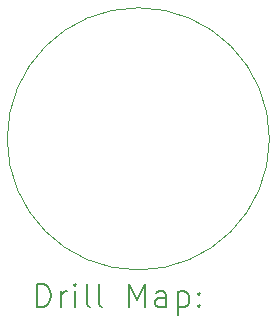
<source format=gbr>
%TF.GenerationSoftware,KiCad,Pcbnew,(6.0.8-1)-1*%
%TF.CreationDate,2024-01-05T14:00:35-06:00*%
%TF.ProjectId,Vishay 357 Pot Amplifier,56697368-6179-4203-9335-3720506f7420,rev?*%
%TF.SameCoordinates,Original*%
%TF.FileFunction,Drillmap*%
%TF.FilePolarity,Positive*%
%FSLAX45Y45*%
G04 Gerber Fmt 4.5, Leading zero omitted, Abs format (unit mm)*
G04 Created by KiCad (PCBNEW (6.0.8-1)-1) date 2024-01-05 14:00:35*
%MOMM*%
%LPD*%
G01*
G04 APERTURE LIST*
%ADD10C,0.100000*%
%ADD11C,0.200000*%
G04 APERTURE END LIST*
D10*
X15407660Y-10314940D02*
G75*
G03*
X15407660Y-10314940I-1110000J0D01*
G01*
D11*
X13440279Y-11740416D02*
X13440279Y-11540416D01*
X13487898Y-11540416D01*
X13516469Y-11549940D01*
X13535517Y-11568988D01*
X13545041Y-11588035D01*
X13554565Y-11626130D01*
X13554565Y-11654702D01*
X13545041Y-11692797D01*
X13535517Y-11711845D01*
X13516469Y-11730892D01*
X13487898Y-11740416D01*
X13440279Y-11740416D01*
X13640279Y-11740416D02*
X13640279Y-11607083D01*
X13640279Y-11645178D02*
X13649803Y-11626130D01*
X13659327Y-11616607D01*
X13678374Y-11607083D01*
X13697422Y-11607083D01*
X13764088Y-11740416D02*
X13764088Y-11607083D01*
X13764088Y-11540416D02*
X13754565Y-11549940D01*
X13764088Y-11559464D01*
X13773612Y-11549940D01*
X13764088Y-11540416D01*
X13764088Y-11559464D01*
X13887898Y-11740416D02*
X13868850Y-11730892D01*
X13859327Y-11711845D01*
X13859327Y-11540416D01*
X13992660Y-11740416D02*
X13973612Y-11730892D01*
X13964088Y-11711845D01*
X13964088Y-11540416D01*
X14221231Y-11740416D02*
X14221231Y-11540416D01*
X14287898Y-11683273D01*
X14354565Y-11540416D01*
X14354565Y-11740416D01*
X14535517Y-11740416D02*
X14535517Y-11635654D01*
X14525993Y-11616607D01*
X14506946Y-11607083D01*
X14468850Y-11607083D01*
X14449803Y-11616607D01*
X14535517Y-11730892D02*
X14516469Y-11740416D01*
X14468850Y-11740416D01*
X14449803Y-11730892D01*
X14440279Y-11711845D01*
X14440279Y-11692797D01*
X14449803Y-11673749D01*
X14468850Y-11664226D01*
X14516469Y-11664226D01*
X14535517Y-11654702D01*
X14630755Y-11607083D02*
X14630755Y-11807083D01*
X14630755Y-11616607D02*
X14649803Y-11607083D01*
X14687898Y-11607083D01*
X14706946Y-11616607D01*
X14716469Y-11626130D01*
X14725993Y-11645178D01*
X14725993Y-11702321D01*
X14716469Y-11721368D01*
X14706946Y-11730892D01*
X14687898Y-11740416D01*
X14649803Y-11740416D01*
X14630755Y-11730892D01*
X14811708Y-11721368D02*
X14821231Y-11730892D01*
X14811708Y-11740416D01*
X14802184Y-11730892D01*
X14811708Y-11721368D01*
X14811708Y-11740416D01*
X14811708Y-11616607D02*
X14821231Y-11626130D01*
X14811708Y-11635654D01*
X14802184Y-11626130D01*
X14811708Y-11616607D01*
X14811708Y-11635654D01*
M02*

</source>
